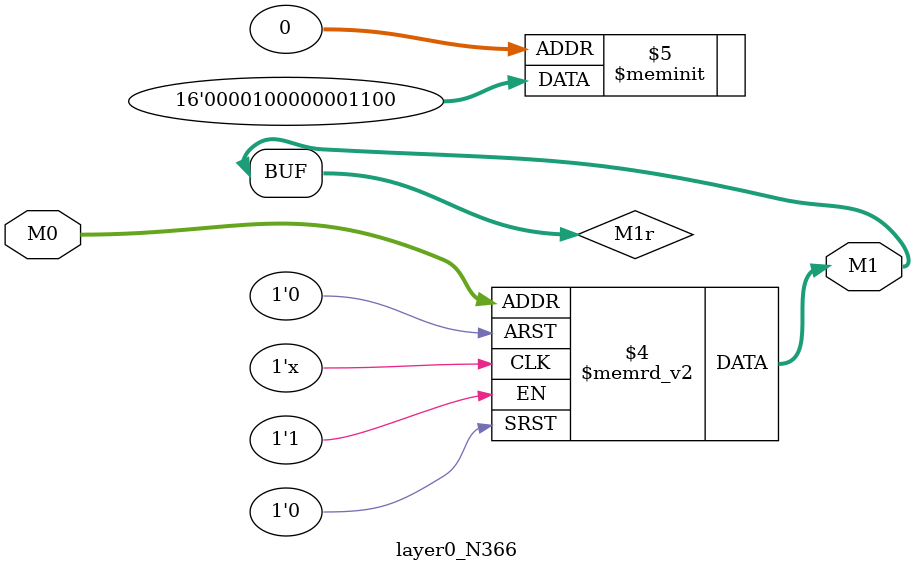
<source format=v>
module layer0_N366 ( input [2:0] M0, output [1:0] M1 );

	(*rom_style = "distributed" *) reg [1:0] M1r;
	assign M1 = M1r;
	always @ (M0) begin
		case (M0)
			3'b000: M1r = 2'b00;
			3'b100: M1r = 2'b00;
			3'b010: M1r = 2'b00;
			3'b110: M1r = 2'b00;
			3'b001: M1r = 2'b11;
			3'b101: M1r = 2'b10;
			3'b011: M1r = 2'b00;
			3'b111: M1r = 2'b00;

		endcase
	end
endmodule

</source>
